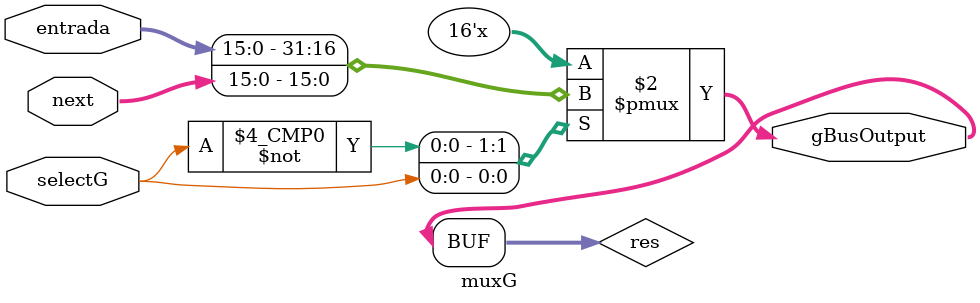
<source format=v>
module muxG
#(parameter DATA_WIDTH=16)
(
	input [DATA_WIDTH-1:0] entrada, // registrador entrada
	input [DATA_WIDTH-1:0] next,
	input selectG,
	output wire [DATA_WIDTH-1:0] gBusOutput
);

	reg [DATA_WIDTH-1:0] res;
	
	assign gBusOutput = res;

	always @(*)
		begin
			case(selectG)
			1'b0: res = entrada;
			1'b1: res = next;
			endcase
		end
endmodule 
</source>
